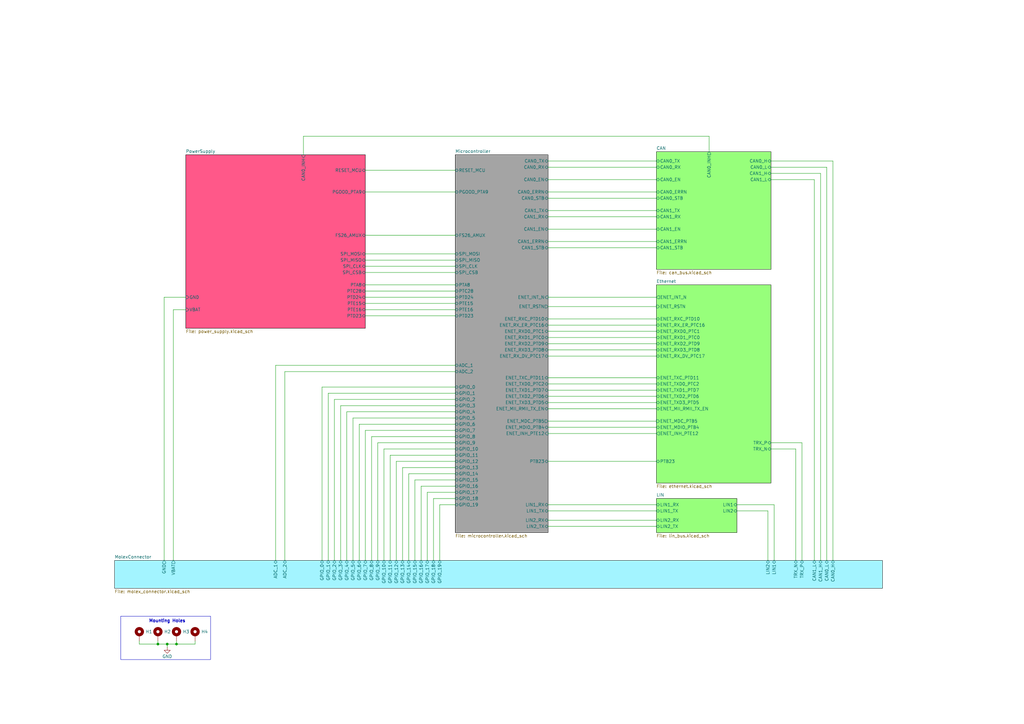
<source format=kicad_sch>
(kicad_sch
	(version 20231120)
	(generator "eeschema")
	(generator_version "8.0")
	(uuid "c4007341-6965-4b82-8a61-dcf3e7e3034b")
	(paper "A3")
	(title_block
		(title "Overall Concept")
		(date "2024-10-29")
	)
	(lib_symbols
		(symbol "Mechanical:MountingHole_Pad"
			(pin_numbers hide)
			(pin_names
				(offset 1.016) hide)
			(exclude_from_sim yes)
			(in_bom no)
			(on_board yes)
			(property "Reference" "H"
				(at 0 6.35 0)
				(effects
					(font
						(size 1.27 1.27)
					)
				)
			)
			(property "Value" "MountingHole_Pad"
				(at 0 4.445 0)
				(effects
					(font
						(size 1.27 1.27)
					)
				)
			)
			(property "Footprint" ""
				(at 0 0 0)
				(effects
					(font
						(size 1.27 1.27)
					)
					(hide yes)
				)
			)
			(property "Datasheet" "~"
				(at 0 0 0)
				(effects
					(font
						(size 1.27 1.27)
					)
					(hide yes)
				)
			)
			(property "Description" "Mounting Hole with connection"
				(at 0 0 0)
				(effects
					(font
						(size 1.27 1.27)
					)
					(hide yes)
				)
			)
			(property "ki_keywords" "mounting hole"
				(at 0 0 0)
				(effects
					(font
						(size 1.27 1.27)
					)
					(hide yes)
				)
			)
			(property "ki_fp_filters" "MountingHole*Pad*"
				(at 0 0 0)
				(effects
					(font
						(size 1.27 1.27)
					)
					(hide yes)
				)
			)
			(symbol "MountingHole_Pad_0_1"
				(circle
					(center 0 1.27)
					(radius 1.27)
					(stroke
						(width 1.27)
						(type default)
					)
					(fill
						(type none)
					)
				)
			)
			(symbol "MountingHole_Pad_1_1"
				(pin input line
					(at 0 -2.54 90)
					(length 2.54)
					(name "1"
						(effects
							(font
								(size 1.27 1.27)
							)
						)
					)
					(number "1"
						(effects
							(font
								(size 1.27 1.27)
							)
						)
					)
				)
			)
		)
		(symbol "power:GND"
			(power)
			(pin_numbers hide)
			(pin_names
				(offset 0) hide)
			(exclude_from_sim no)
			(in_bom yes)
			(on_board yes)
			(property "Reference" "#PWR"
				(at 0 -6.35 0)
				(effects
					(font
						(size 1.27 1.27)
					)
					(hide yes)
				)
			)
			(property "Value" "GND"
				(at 0 -3.81 0)
				(effects
					(font
						(size 1.27 1.27)
					)
				)
			)
			(property "Footprint" ""
				(at 0 0 0)
				(effects
					(font
						(size 1.27 1.27)
					)
					(hide yes)
				)
			)
			(property "Datasheet" ""
				(at 0 0 0)
				(effects
					(font
						(size 1.27 1.27)
					)
					(hide yes)
				)
			)
			(property "Description" "Power symbol creates a global label with name \"GND\" , ground"
				(at 0 0 0)
				(effects
					(font
						(size 1.27 1.27)
					)
					(hide yes)
				)
			)
			(property "ki_keywords" "global power"
				(at 0 0 0)
				(effects
					(font
						(size 1.27 1.27)
					)
					(hide yes)
				)
			)
			(symbol "GND_0_1"
				(polyline
					(pts
						(xy 0 0) (xy 0 -1.27) (xy 1.27 -1.27) (xy 0 -2.54) (xy -1.27 -1.27) (xy 0 -1.27)
					)
					(stroke
						(width 0)
						(type default)
					)
					(fill
						(type none)
					)
				)
			)
			(symbol "GND_1_1"
				(pin power_in line
					(at 0 0 270)
					(length 0)
					(name "~"
						(effects
							(font
								(size 1.27 1.27)
							)
						)
					)
					(number "1"
						(effects
							(font
								(size 1.27 1.27)
							)
						)
					)
				)
			)
		)
	)
	(junction
		(at 64.77 264.16)
		(diameter 0)
		(color 0 0 0 0)
		(uuid "50d61644-0b19-48e7-859b-4fb77ad9a442")
	)
	(junction
		(at 72.39 264.16)
		(diameter 0)
		(color 0 0 0 0)
		(uuid "bfeea918-53d7-473f-8ef1-d62ca1b71f3f")
	)
	(junction
		(at 68.58 264.16)
		(diameter 0)
		(color 0 0 0 0)
		(uuid "f2ce2c1b-0906-49a1-bf05-76b5be78d105")
	)
	(wire
		(pts
			(xy 224.79 101.6) (xy 269.24 101.6)
		)
		(stroke
			(width 0)
			(type default)
		)
		(uuid "004408c9-dbf5-4d98-9623-efb0abb116f5")
	)
	(wire
		(pts
			(xy 224.79 130.81) (xy 269.24 130.81)
		)
		(stroke
			(width 0)
			(type default)
		)
		(uuid "03cd9f7b-f437-4a02-b4fb-ff244c44063d")
	)
	(wire
		(pts
			(xy 186.69 179.07) (xy 152.4 179.07)
		)
		(stroke
			(width 0)
			(type default)
		)
		(uuid "08152d7c-d692-4c58-97c5-ab81cfc98dac")
	)
	(wire
		(pts
			(xy 186.69 166.37) (xy 139.7 166.37)
		)
		(stroke
			(width 0)
			(type default)
		)
		(uuid "0a55c1d5-f02b-44d4-9654-9fe871d13bb3")
	)
	(wire
		(pts
			(xy 224.79 160.02) (xy 269.24 160.02)
		)
		(stroke
			(width 0)
			(type default)
		)
		(uuid "0aa719af-142b-41ca-bafc-a297d500420d")
	)
	(wire
		(pts
			(xy 170.18 196.85) (xy 170.18 229.87)
		)
		(stroke
			(width 0)
			(type default)
		)
		(uuid "0f46ea3f-b247-4470-832e-cbb45838171e")
	)
	(wire
		(pts
			(xy 152.4 179.07) (xy 152.4 229.87)
		)
		(stroke
			(width 0)
			(type default)
		)
		(uuid "0f9b88ec-5a8b-4682-bfc0-9650a6fa6d96")
	)
	(wire
		(pts
			(xy 124.46 63.5) (xy 124.46 55.88)
		)
		(stroke
			(width 0)
			(type default)
		)
		(uuid "131de74e-da32-4d84-9436-ad5792730d06")
	)
	(wire
		(pts
			(xy 224.79 162.56) (xy 269.24 162.56)
		)
		(stroke
			(width 0)
			(type default)
		)
		(uuid "15409f36-fc2c-4b5f-8caa-7cb3e4b82599")
	)
	(wire
		(pts
			(xy 142.24 168.91) (xy 142.24 229.87)
		)
		(stroke
			(width 0)
			(type default)
		)
		(uuid "1711f8b8-fd88-4659-917e-eeeaf0ed98fd")
	)
	(wire
		(pts
			(xy 132.08 158.75) (xy 132.08 229.87)
		)
		(stroke
			(width 0)
			(type default)
		)
		(uuid "1837f214-6b73-46b4-a977-3de2b43a9588")
	)
	(wire
		(pts
			(xy 186.69 191.77) (xy 165.1 191.77)
		)
		(stroke
			(width 0)
			(type default)
		)
		(uuid "1a5f187e-e51f-4712-8782-204dc7fe7749")
	)
	(wire
		(pts
			(xy 124.46 55.88) (xy 290.83 55.88)
		)
		(stroke
			(width 0)
			(type default)
		)
		(uuid "1b8b3977-c6e1-45b4-9f03-04cf864bd007")
	)
	(wire
		(pts
			(xy 162.56 189.23) (xy 162.56 229.87)
		)
		(stroke
			(width 0)
			(type default)
		)
		(uuid "1bf300fa-d507-41a2-b0c4-0ca92f764483")
	)
	(wire
		(pts
			(xy 71.12 127) (xy 76.2 127)
		)
		(stroke
			(width 0)
			(type default)
		)
		(uuid "1c7c83fb-8a3c-4fd2-9c19-e2701ba46e1e")
	)
	(wire
		(pts
			(xy 186.69 194.31) (xy 167.64 194.31)
		)
		(stroke
			(width 0)
			(type default)
		)
		(uuid "1fc39865-c3c8-4178-96e8-1d1c2fa1e93c")
	)
	(wire
		(pts
			(xy 186.69 207.01) (xy 180.34 207.01)
		)
		(stroke
			(width 0)
			(type default)
		)
		(uuid "20dad45f-bb72-48f6-85b1-cf373c403c4a")
	)
	(wire
		(pts
			(xy 154.94 181.61) (xy 154.94 229.87)
		)
		(stroke
			(width 0)
			(type default)
		)
		(uuid "22ea10f4-142d-4913-97c9-37b2bacbbba1")
	)
	(wire
		(pts
			(xy 149.86 111.76) (xy 186.69 111.76)
		)
		(stroke
			(width 0)
			(type default)
		)
		(uuid "23245f24-2e50-449f-a252-a50647339323")
	)
	(wire
		(pts
			(xy 336.55 229.87) (xy 336.55 71.12)
		)
		(stroke
			(width 0)
			(type default)
		)
		(uuid "257236b1-ca07-434a-b9b8-27e08a11df88")
	)
	(wire
		(pts
			(xy 326.39 184.15) (xy 326.39 229.87)
		)
		(stroke
			(width 0)
			(type default)
		)
		(uuid "2673bbbb-4efe-4324-95f5-ffeaa1dd050b")
	)
	(wire
		(pts
			(xy 186.69 201.93) (xy 175.26 201.93)
		)
		(stroke
			(width 0)
			(type default)
		)
		(uuid "26d9e1dd-ec31-4b46-b943-615cd8712965")
	)
	(wire
		(pts
			(xy 149.86 69.85) (xy 186.69 69.85)
		)
		(stroke
			(width 0)
			(type default)
		)
		(uuid "28770d23-9e16-4998-b303-b295e274141a")
	)
	(wire
		(pts
			(xy 186.69 186.69) (xy 160.02 186.69)
		)
		(stroke
			(width 0)
			(type default)
		)
		(uuid "2a6bdbba-4c83-4e92-9dd2-26b4ee187b38")
	)
	(wire
		(pts
			(xy 334.01 73.66) (xy 334.01 229.87)
		)
		(stroke
			(width 0)
			(type default)
		)
		(uuid "2d1b4432-1d58-479b-887d-10347f145210")
	)
	(wire
		(pts
			(xy 314.96 209.55) (xy 314.96 229.87)
		)
		(stroke
			(width 0)
			(type default)
		)
		(uuid "34319c31-d2c0-498e-af88-18fe7897b3ab")
	)
	(wire
		(pts
			(xy 326.39 184.15) (xy 316.23 184.15)
		)
		(stroke
			(width 0)
			(type default)
		)
		(uuid "3537dcfe-47f8-4818-bf21-2cafbf97f540")
	)
	(wire
		(pts
			(xy 72.39 264.16) (xy 80.01 264.16)
		)
		(stroke
			(width 0)
			(type default)
		)
		(uuid "3c0bdff8-943b-42a1-9c03-e85bc17ac947")
	)
	(wire
		(pts
			(xy 186.69 161.29) (xy 134.62 161.29)
		)
		(stroke
			(width 0)
			(type default)
		)
		(uuid "3c23d9c0-73d1-4bed-86e8-9ff1450c1325")
	)
	(wire
		(pts
			(xy 160.02 186.69) (xy 160.02 229.87)
		)
		(stroke
			(width 0)
			(type default)
		)
		(uuid "4120eab5-21bf-40de-9c30-144f5c3c3252")
	)
	(wire
		(pts
			(xy 224.79 172.72) (xy 269.24 172.72)
		)
		(stroke
			(width 0)
			(type default)
		)
		(uuid "41d35e44-a5ac-46ea-9461-3195a8e1e1a2")
	)
	(wire
		(pts
			(xy 316.23 66.04) (xy 341.63 66.04)
		)
		(stroke
			(width 0)
			(type default)
		)
		(uuid "4e69643c-41dd-4c85-b49a-f5c64c7c2bd8")
	)
	(wire
		(pts
			(xy 341.63 229.87) (xy 341.63 66.04)
		)
		(stroke
			(width 0)
			(type default)
		)
		(uuid "51275efa-db55-47c9-8439-93b28702f43f")
	)
	(wire
		(pts
			(xy 186.69 181.61) (xy 154.94 181.61)
		)
		(stroke
			(width 0)
			(type default)
		)
		(uuid "5167a884-3790-4b02-8595-f420ac10810e")
	)
	(wire
		(pts
			(xy 57.15 264.16) (xy 64.77 264.16)
		)
		(stroke
			(width 0)
			(type default)
		)
		(uuid "5337a63f-78c3-443e-8df4-9953b3bfcae6")
	)
	(wire
		(pts
			(xy 116.84 152.4) (xy 116.84 229.87)
		)
		(stroke
			(width 0)
			(type default)
		)
		(uuid "590282ca-9539-4188-9d93-2cb7178b5c75")
	)
	(wire
		(pts
			(xy 224.79 209.55) (xy 269.24 209.55)
		)
		(stroke
			(width 0)
			(type default)
		)
		(uuid "59b95022-ea39-4bc3-af1f-56296a43418a")
	)
	(wire
		(pts
			(xy 224.79 81.28) (xy 269.24 81.28)
		)
		(stroke
			(width 0)
			(type default)
		)
		(uuid "5dd094e7-9cc0-477c-94db-bad1f949cc50")
	)
	(wire
		(pts
			(xy 186.69 204.47) (xy 177.8 204.47)
		)
		(stroke
			(width 0)
			(type default)
		)
		(uuid "5eb86eff-d49e-405c-a867-86cb5203e872")
	)
	(wire
		(pts
			(xy 328.93 181.61) (xy 316.23 181.61)
		)
		(stroke
			(width 0)
			(type default)
		)
		(uuid "5fd75254-f13d-4277-858b-c8341fdab609")
	)
	(wire
		(pts
			(xy 302.26 209.55) (xy 314.96 209.55)
		)
		(stroke
			(width 0)
			(type default)
		)
		(uuid "5fdb09ec-00bf-4606-8486-5a325f62099e")
	)
	(wire
		(pts
			(xy 186.69 163.83) (xy 137.16 163.83)
		)
		(stroke
			(width 0)
			(type default)
		)
		(uuid "60a39556-6678-40ee-982d-b05f94fb42f1")
	)
	(wire
		(pts
			(xy 172.72 199.39) (xy 172.72 229.87)
		)
		(stroke
			(width 0)
			(type default)
		)
		(uuid "622a4c88-2667-4775-a49e-3a137b66a82d")
	)
	(wire
		(pts
			(xy 317.5 207.01) (xy 317.5 229.87)
		)
		(stroke
			(width 0)
			(type default)
		)
		(uuid "6243c5af-a8c2-481e-9b53-b9aed164e241")
	)
	(wire
		(pts
			(xy 224.79 177.8) (xy 269.24 177.8)
		)
		(stroke
			(width 0)
			(type default)
		)
		(uuid "6373396e-4d5c-4d75-b995-40c554496923")
	)
	(wire
		(pts
			(xy 149.86 106.68) (xy 186.69 106.68)
		)
		(stroke
			(width 0)
			(type default)
		)
		(uuid "6678bd34-8d41-430b-af62-9c4751e859fe")
	)
	(wire
		(pts
			(xy 224.79 175.26) (xy 269.24 175.26)
		)
		(stroke
			(width 0)
			(type default)
		)
		(uuid "67cfbbbd-4602-4428-a6dd-e9ae890edb22")
	)
	(wire
		(pts
			(xy 149.86 104.14) (xy 186.69 104.14)
		)
		(stroke
			(width 0)
			(type default)
		)
		(uuid "6d409d0f-ecf3-4c8a-b302-fb1303d494f9")
	)
	(wire
		(pts
			(xy 186.69 158.75) (xy 132.08 158.75)
		)
		(stroke
			(width 0)
			(type default)
		)
		(uuid "6dcecb31-bcbf-48cc-a144-7c2e819eae28")
	)
	(wire
		(pts
			(xy 224.79 73.66) (xy 269.24 73.66)
		)
		(stroke
			(width 0)
			(type default)
		)
		(uuid "6ebfa55e-d451-47fe-bbf3-cceedd37e023")
	)
	(wire
		(pts
			(xy 186.69 168.91) (xy 142.24 168.91)
		)
		(stroke
			(width 0)
			(type default)
		)
		(uuid "70627c3f-25d7-4594-8a5c-b93c0aa5ec4a")
	)
	(wire
		(pts
			(xy 224.79 215.9) (xy 269.24 215.9)
		)
		(stroke
			(width 0)
			(type default)
		)
		(uuid "70dfd65a-6aa2-4818-ad37-9ac91bcf169c")
	)
	(wire
		(pts
			(xy 186.69 189.23) (xy 162.56 189.23)
		)
		(stroke
			(width 0)
			(type default)
		)
		(uuid "72248baa-618c-4418-b90a-8f9dbde4b9f2")
	)
	(wire
		(pts
			(xy 224.79 86.36) (xy 269.24 86.36)
		)
		(stroke
			(width 0)
			(type default)
		)
		(uuid "73dd4bf0-48eb-498e-9da3-4dccd9f870c8")
	)
	(wire
		(pts
			(xy 149.86 78.74) (xy 186.69 78.74)
		)
		(stroke
			(width 0)
			(type default)
		)
		(uuid "75681041-5831-4a8c-ab81-a038dc94db33")
	)
	(wire
		(pts
			(xy 149.86 127) (xy 186.69 127)
		)
		(stroke
			(width 0)
			(type default)
		)
		(uuid "76135d14-ca7b-4098-820a-b16a8ac90b4a")
	)
	(wire
		(pts
			(xy 186.69 184.15) (xy 157.48 184.15)
		)
		(stroke
			(width 0)
			(type default)
		)
		(uuid "76a28d7d-0a83-46e7-9b8f-745cda9bb7b9")
	)
	(wire
		(pts
			(xy 71.12 127) (xy 71.12 229.87)
		)
		(stroke
			(width 0)
			(type default)
		)
		(uuid "7a747a28-b847-4b06-a75a-545de7185052")
	)
	(wire
		(pts
			(xy 80.01 262.89) (xy 80.01 264.16)
		)
		(stroke
			(width 0)
			(type default)
		)
		(uuid "800284e9-19f4-4363-9ba4-b0e11557a962")
	)
	(wire
		(pts
			(xy 224.79 167.64) (xy 269.24 167.64)
		)
		(stroke
			(width 0)
			(type default)
		)
		(uuid "83463ff4-820e-40c0-aab7-df8e1bf841bc")
	)
	(wire
		(pts
			(xy 149.86 116.84) (xy 186.69 116.84)
		)
		(stroke
			(width 0)
			(type default)
		)
		(uuid "84b76aeb-c2ad-45cc-962f-d7548956f967")
	)
	(wire
		(pts
			(xy 177.8 204.47) (xy 177.8 229.87)
		)
		(stroke
			(width 0)
			(type default)
		)
		(uuid "8ca50b61-dc95-4b68-8399-06cae9c70f8b")
	)
	(wire
		(pts
			(xy 165.1 191.77) (xy 165.1 229.87)
		)
		(stroke
			(width 0)
			(type default)
		)
		(uuid "8d8a65fe-1704-4c46-9a0a-a345540f858b")
	)
	(wire
		(pts
			(xy 224.79 140.97) (xy 269.24 140.97)
		)
		(stroke
			(width 0)
			(type default)
		)
		(uuid "8eac83dc-8a5e-447d-b11a-8ac8ba54cc12")
	)
	(wire
		(pts
			(xy 175.26 201.93) (xy 175.26 229.87)
		)
		(stroke
			(width 0)
			(type default)
		)
		(uuid "8f697f70-720c-4aad-8bf4-cea87b081f86")
	)
	(wire
		(pts
			(xy 186.69 199.39) (xy 172.72 199.39)
		)
		(stroke
			(width 0)
			(type default)
		)
		(uuid "8f794934-a753-4b60-823b-21bca047c491")
	)
	(wire
		(pts
			(xy 224.79 99.06) (xy 269.24 99.06)
		)
		(stroke
			(width 0)
			(type default)
		)
		(uuid "92043df6-db21-4596-a930-655efefaf001")
	)
	(wire
		(pts
			(xy 157.48 184.15) (xy 157.48 229.87)
		)
		(stroke
			(width 0)
			(type default)
		)
		(uuid "92f01b5c-e75a-45c2-9919-ab5becfd81c3")
	)
	(wire
		(pts
			(xy 149.86 121.92) (xy 186.69 121.92)
		)
		(stroke
			(width 0)
			(type default)
		)
		(uuid "95373c76-e114-42a4-aa5a-75f7d0c58c80")
	)
	(wire
		(pts
			(xy 316.23 73.66) (xy 334.01 73.66)
		)
		(stroke
			(width 0)
			(type default)
		)
		(uuid "953ea559-1bd4-42fd-8996-4b097606ac8e")
	)
	(wire
		(pts
			(xy 167.64 194.31) (xy 167.64 229.87)
		)
		(stroke
			(width 0)
			(type default)
		)
		(uuid "97bdb9d9-9c97-4f7a-9c61-cecab58eca2c")
	)
	(wire
		(pts
			(xy 64.77 262.89) (xy 64.77 264.16)
		)
		(stroke
			(width 0)
			(type default)
		)
		(uuid "981b0417-82a4-4b11-af5a-291a8dde8d57")
	)
	(wire
		(pts
			(xy 224.79 165.1) (xy 269.24 165.1)
		)
		(stroke
			(width 0)
			(type default)
		)
		(uuid "98c8290e-9453-4c25-8fe1-74b1b1885ecc")
	)
	(wire
		(pts
			(xy 316.23 71.12) (xy 336.55 71.12)
		)
		(stroke
			(width 0)
			(type default)
		)
		(uuid "99f71d2f-bccd-4453-88fd-0e46238f8983")
	)
	(wire
		(pts
			(xy 134.62 161.29) (xy 134.62 229.87)
		)
		(stroke
			(width 0)
			(type default)
		)
		(uuid "9a95d7f1-f1a1-49e3-a295-21067f81ae13")
	)
	(wire
		(pts
			(xy 147.32 173.99) (xy 147.32 229.87)
		)
		(stroke
			(width 0)
			(type default)
		)
		(uuid "9be735ad-a0ea-4030-8d3b-119a86e7a882")
	)
	(wire
		(pts
			(xy 224.79 133.35) (xy 269.24 133.35)
		)
		(stroke
			(width 0)
			(type default)
		)
		(uuid "9e35738e-12d6-4a78-a319-268bdb96d5f7")
	)
	(wire
		(pts
			(xy 139.7 166.37) (xy 139.7 229.87)
		)
		(stroke
			(width 0)
			(type default)
		)
		(uuid "a28edd78-e07a-43f0-9748-6d65d3690746")
	)
	(wire
		(pts
			(xy 290.83 55.88) (xy 290.83 62.23)
		)
		(stroke
			(width 0)
			(type default)
		)
		(uuid "a547a3cf-a096-4059-9544-4319f1fd125f")
	)
	(wire
		(pts
			(xy 224.79 66.04) (xy 269.24 66.04)
		)
		(stroke
			(width 0)
			(type default)
		)
		(uuid "ac065bbd-0b7f-49fb-bb2f-29a8166dd076")
	)
	(wire
		(pts
			(xy 68.58 264.16) (xy 68.58 265.43)
		)
		(stroke
			(width 0)
			(type default)
		)
		(uuid "ac84abbe-9919-4293-b5b7-8a5b6f46524e")
	)
	(wire
		(pts
			(xy 186.69 176.53) (xy 149.86 176.53)
		)
		(stroke
			(width 0)
			(type default)
		)
		(uuid "ac9df756-b21d-45b9-99e4-f9f115c39e57")
	)
	(wire
		(pts
			(xy 224.79 143.51) (xy 269.24 143.51)
		)
		(stroke
			(width 0)
			(type default)
		)
		(uuid "acf13f64-be7c-42c9-9a75-94b259c07a1c")
	)
	(wire
		(pts
			(xy 72.39 262.89) (xy 72.39 264.16)
		)
		(stroke
			(width 0)
			(type default)
		)
		(uuid "b0e64f09-2e8c-490c-9751-497ced32e653")
	)
	(wire
		(pts
			(xy 224.79 135.89) (xy 269.24 135.89)
		)
		(stroke
			(width 0)
			(type default)
		)
		(uuid "b103385c-d819-4c9e-a040-e6198119ebc8")
	)
	(wire
		(pts
			(xy 67.31 121.92) (xy 76.2 121.92)
		)
		(stroke
			(width 0)
			(type default)
		)
		(uuid "b1f0c4c8-e508-4b07-86ab-ccf11ff354c6")
	)
	(wire
		(pts
			(xy 149.86 109.22) (xy 186.69 109.22)
		)
		(stroke
			(width 0)
			(type default)
		)
		(uuid "b349e95d-616e-4ad2-9c10-65859cdef482")
	)
	(wire
		(pts
			(xy 64.77 264.16) (xy 68.58 264.16)
		)
		(stroke
			(width 0)
			(type default)
		)
		(uuid "b55c2219-1dc1-4502-84a2-185b62a68933")
	)
	(wire
		(pts
			(xy 339.09 68.58) (xy 339.09 229.87)
		)
		(stroke
			(width 0)
			(type default)
		)
		(uuid "b78b9f17-82ad-490a-8b65-cbd482818e60")
	)
	(wire
		(pts
			(xy 186.69 196.85) (xy 170.18 196.85)
		)
		(stroke
			(width 0)
			(type default)
		)
		(uuid "b7f31c9a-fd8d-48e5-8987-e879c3202087")
	)
	(wire
		(pts
			(xy 302.26 207.01) (xy 317.5 207.01)
		)
		(stroke
			(width 0)
			(type default)
		)
		(uuid "b94d5553-6e3b-4e94-9b9e-d53feda349a3")
	)
	(wire
		(pts
			(xy 224.79 68.58) (xy 269.24 68.58)
		)
		(stroke
			(width 0)
			(type default)
		)
		(uuid "c2025c26-f52d-4719-a0be-908e3892ac99")
	)
	(wire
		(pts
			(xy 224.79 146.05) (xy 269.24 146.05)
		)
		(stroke
			(width 0)
			(type default)
		)
		(uuid "c34c4f05-fe5d-43e5-8f1a-292c76c25625")
	)
	(wire
		(pts
			(xy 328.93 181.61) (xy 328.93 229.87)
		)
		(stroke
			(width 0)
			(type default)
		)
		(uuid "c3b17330-6e52-48b2-9cd8-8ce6ac27ee9c")
	)
	(wire
		(pts
			(xy 224.79 78.74) (xy 269.24 78.74)
		)
		(stroke
			(width 0)
			(type default)
		)
		(uuid "c605c660-6691-404a-b97e-fb80e6f2a31f")
	)
	(wire
		(pts
			(xy 186.69 171.45) (xy 144.78 171.45)
		)
		(stroke
			(width 0)
			(type default)
		)
		(uuid "c61b2c7f-7c86-464a-bfeb-e8b66be6db5b")
	)
	(wire
		(pts
			(xy 149.86 129.54) (xy 186.69 129.54)
		)
		(stroke
			(width 0)
			(type default)
		)
		(uuid "c972f5b8-3773-4f7d-add8-139bc044386e")
	)
	(wire
		(pts
			(xy 149.86 119.38) (xy 186.69 119.38)
		)
		(stroke
			(width 0)
			(type default)
		)
		(uuid "cce78df5-6412-4e58-83ec-6adfd658bc88")
	)
	(wire
		(pts
			(xy 224.79 157.48) (xy 269.24 157.48)
		)
		(stroke
			(width 0)
			(type default)
		)
		(uuid "ce473397-5bdf-4e74-9fd0-31ee596300ba")
	)
	(wire
		(pts
			(xy 67.31 121.92) (xy 67.31 229.87)
		)
		(stroke
			(width 0)
			(type default)
		)
		(uuid "ceb88cbd-dcc9-4f09-a4e9-171f82666e61")
	)
	(wire
		(pts
			(xy 149.86 96.52) (xy 186.69 96.52)
		)
		(stroke
			(width 0)
			(type default)
		)
		(uuid "d21eb470-47a7-4566-974c-c6f4ee2c7827")
	)
	(wire
		(pts
			(xy 144.78 171.45) (xy 144.78 229.87)
		)
		(stroke
			(width 0)
			(type default)
		)
		(uuid "d4e3430c-e9f6-4a83-a5a9-b5e84ffbb348")
	)
	(wire
		(pts
			(xy 113.03 149.86) (xy 113.03 229.87)
		)
		(stroke
			(width 0)
			(type default)
		)
		(uuid "d62d9d8d-c48c-4791-a21d-85732bc28b7e")
	)
	(wire
		(pts
			(xy 57.15 262.89) (xy 57.15 264.16)
		)
		(stroke
			(width 0)
			(type default)
		)
		(uuid "d6790d7f-f279-477f-a2e0-64b5d232a677")
	)
	(wire
		(pts
			(xy 186.69 173.99) (xy 147.32 173.99)
		)
		(stroke
			(width 0)
			(type default)
		)
		(uuid "d6e5b573-c7c1-42cd-8937-0ef0597e119b")
	)
	(wire
		(pts
			(xy 68.58 264.16) (xy 72.39 264.16)
		)
		(stroke
			(width 0)
			(type default)
		)
		(uuid "d72f9c13-7e32-4422-b29d-2d2e79b360a4")
	)
	(wire
		(pts
			(xy 186.69 152.4) (xy 116.84 152.4)
		)
		(stroke
			(width 0)
			(type default)
		)
		(uuid "d9fda058-6ab0-464d-8832-333e8359550a")
	)
	(wire
		(pts
			(xy 224.79 213.36) (xy 269.24 213.36)
		)
		(stroke
			(width 0)
			(type default)
		)
		(uuid "da1acedc-cb77-4e67-9897-067a6f2474d1")
	)
	(wire
		(pts
			(xy 180.34 207.01) (xy 180.34 229.87)
		)
		(stroke
			(width 0)
			(type default)
		)
		(uuid "da6370fe-8164-491a-baa7-71059ac46a47")
	)
	(wire
		(pts
			(xy 224.79 93.98) (xy 269.24 93.98)
		)
		(stroke
			(width 0)
			(type default)
		)
		(uuid "df146f4e-580e-43d2-8a74-36e04e863577")
	)
	(wire
		(pts
			(xy 224.79 189.23) (xy 269.24 189.23)
		)
		(stroke
			(width 0)
			(type default)
		)
		(uuid "dfc256a3-2289-42e9-b783-b13241a33ad1")
	)
	(wire
		(pts
			(xy 149.86 124.46) (xy 186.69 124.46)
		)
		(stroke
			(width 0)
			(type default)
		)
		(uuid "e080fc93-3f03-4ac4-a038-11e902ed6373")
	)
	(wire
		(pts
			(xy 224.79 154.94) (xy 269.24 154.94)
		)
		(stroke
			(width 0)
			(type default)
		)
		(uuid "e850db6f-f251-42b8-8d5a-ffbfddebf419")
	)
	(wire
		(pts
			(xy 224.79 207.01) (xy 269.24 207.01)
		)
		(stroke
			(width 0)
			(type default)
		)
		(uuid "ed987f5f-720d-4ee3-8a6b-cedbadcb90e6")
	)
	(wire
		(pts
			(xy 149.86 176.53) (xy 149.86 229.87)
		)
		(stroke
			(width 0)
			(type default)
		)
		(uuid "edd490c4-07d9-471e-9a84-1151e326eddd")
	)
	(wire
		(pts
			(xy 224.79 125.73) (xy 269.24 125.73)
		)
		(stroke
			(width 0)
			(type default)
		)
		(uuid "ee6cfb85-986a-427f-8d3c-c25bad50b1a7")
	)
	(wire
		(pts
			(xy 224.79 121.92) (xy 269.24 121.92)
		)
		(stroke
			(width 0)
			(type default)
		)
		(uuid "f2adff2b-df5f-4dc8-81ad-898d7eab8983")
	)
	(wire
		(pts
			(xy 186.69 149.86) (xy 113.03 149.86)
		)
		(stroke
			(width 0)
			(type default)
		)
		(uuid "f44c2a66-5631-4978-94e8-3f5ed38330a7")
	)
	(wire
		(pts
			(xy 137.16 163.83) (xy 137.16 229.87)
		)
		(stroke
			(width 0)
			(type default)
		)
		(uuid "f599856e-beed-47a5-8801-21714e752209")
	)
	(wire
		(pts
			(xy 224.79 138.43) (xy 269.24 138.43)
		)
		(stroke
			(width 0)
			(type default)
		)
		(uuid "f7e996df-70e8-4591-98ee-1fc405846486")
	)
	(wire
		(pts
			(xy 316.23 68.58) (xy 339.09 68.58)
		)
		(stroke
			(width 0)
			(type default)
		)
		(uuid "fbc81692-7e64-48a0-a5fd-6e1286805f75")
	)
	(wire
		(pts
			(xy 224.79 88.9) (xy 269.24 88.9)
		)
		(stroke
			(width 0)
			(type default)
		)
		(uuid "fe985b0b-07a6-40dd-87b7-dfc4ee043dcb")
	)
	(rectangle
		(start 49.53 252.73)
		(end 86.36 270.51)
		(stroke
			(width 0)
			(type default)
		)
		(fill
			(type none)
		)
		(uuid ec0a6ceb-eddf-4f57-bce4-07ddb8fdf8b9)
	)
	(text "Mounting Holes"
		(exclude_from_sim no)
		(at 68.58 254.762 0)
		(effects
			(font
				(size 1.27 1.27)
				(thickness 0.254)
				(bold yes)
			)
		)
		(uuid "3721cf5c-f872-457a-bee4-04d626419384")
	)
	(symbol
		(lib_id "Mechanical:MountingHole_Pad")
		(at 80.01 260.35 0)
		(unit 1)
		(exclude_from_sim yes)
		(in_bom no)
		(on_board yes)
		(dnp no)
		(fields_autoplaced yes)
		(uuid "43fded78-c86c-4289-b8cb-4457f02791b2")
		(property "Reference" "H4"
			(at 82.55 259.0799 0)
			(effects
				(font
					(size 1.27 1.27)
				)
				(justify left)
			)
		)
		(property "Value" "MountingHole_Pad"
			(at 82.55 260.3499 0)
			(effects
				(font
					(size 1.27 1.27)
				)
				(justify left)
				(hide yes)
			)
		)
		(property "Footprint" "MountingHole:MountingHole_4.3mm_M4_DIN965_Pad_TopBottom"
			(at 80.01 260.35 0)
			(effects
				(font
					(size 1.27 1.27)
				)
				(hide yes)
			)
		)
		(property "Datasheet" "~"
			(at 80.01 260.35 0)
			(effects
				(font
					(size 1.27 1.27)
				)
				(hide yes)
			)
		)
		(property "Description" "Mounting Hole with connection"
			(at 80.01 260.35 0)
			(effects
				(font
					(size 1.27 1.27)
				)
				(hide yes)
			)
		)
		(pin "1"
			(uuid "b5864f7b-1bb2-4040-ade1-30e86c963493")
		)
		(instances
			(project "Zonencontroller"
				(path "/c4007341-6965-4b82-8a61-dcf3e7e3034b"
					(reference "H4")
					(unit 1)
				)
			)
		)
	)
	(symbol
		(lib_id "Mechanical:MountingHole_Pad")
		(at 72.39 260.35 0)
		(unit 1)
		(exclude_from_sim yes)
		(in_bom no)
		(on_board yes)
		(dnp no)
		(fields_autoplaced yes)
		(uuid "863a5191-c782-441c-9699-f3f2a2059253")
		(property "Reference" "H3"
			(at 74.93 259.0799 0)
			(effects
				(font
					(size 1.27 1.27)
				)
				(justify left)
			)
		)
		(property "Value" "MountingHole_Pad"
			(at 74.93 260.3499 0)
			(effects
				(font
					(size 1.27 1.27)
				)
				(justify left)
				(hide yes)
			)
		)
		(property "Footprint" "MountingHole:MountingHole_4.3mm_M4_DIN965_Pad_TopBottom"
			(at 72.39 260.35 0)
			(effects
				(font
					(size 1.27 1.27)
				)
				(hide yes)
			)
		)
		(property "Datasheet" "~"
			(at 72.39 260.35 0)
			(effects
				(font
					(size 1.27 1.27)
				)
				(hide yes)
			)
		)
		(property "Description" "Mounting Hole with connection"
			(at 72.39 260.35 0)
			(effects
				(font
					(size 1.27 1.27)
				)
				(hide yes)
			)
		)
		(pin "1"
			(uuid "bbde26b2-1206-41cb-8fb0-4ca458fc014a")
		)
		(instances
			(project "Zonencontroller"
				(path "/c4007341-6965-4b82-8a61-dcf3e7e3034b"
					(reference "H3")
					(unit 1)
				)
			)
		)
	)
	(symbol
		(lib_id "power:GND")
		(at 68.58 265.43 0)
		(unit 1)
		(exclude_from_sim no)
		(in_bom yes)
		(on_board yes)
		(dnp no)
		(uuid "ac3e619c-dd86-427f-b101-a1eb831d9edf")
		(property "Reference" "#PWR0139"
			(at 68.58 271.78 0)
			(effects
				(font
					(size 1.27 1.27)
				)
				(hide yes)
			)
		)
		(property "Value" "GND"
			(at 68.58 269.24 0)
			(effects
				(font
					(size 1.27 1.27)
				)
			)
		)
		(property "Footprint" ""
			(at 68.58 265.43 0)
			(effects
				(font
					(size 1.27 1.27)
				)
				(hide yes)
			)
		)
		(property "Datasheet" ""
			(at 68.58 265.43 0)
			(effects
				(font
					(size 1.27 1.27)
				)
				(hide yes)
			)
		)
		(property "Description" "Power symbol creates a global label with name \"GND\" , ground"
			(at 68.58 265.43 0)
			(effects
				(font
					(size 1.27 1.27)
				)
				(hide yes)
			)
		)
		(pin "1"
			(uuid "1d223a22-534a-4737-9132-d5cc9923251a")
		)
		(instances
			(project "Zonencontroller"
				(path "/c4007341-6965-4b82-8a61-dcf3e7e3034b"
					(reference "#PWR0139")
					(unit 1)
				)
			)
		)
	)
	(symbol
		(lib_id "Mechanical:MountingHole_Pad")
		(at 64.77 260.35 0)
		(unit 1)
		(exclude_from_sim yes)
		(in_bom no)
		(on_board yes)
		(dnp no)
		(fields_autoplaced yes)
		(uuid "b047bfbe-5551-4c51-822b-538163b8e785")
		(property "Reference" "H2"
			(at 67.31 259.0799 0)
			(effects
				(font
					(size 1.27 1.27)
				)
				(justify left)
			)
		)
		(property "Value" "MountingHole_Pad"
			(at 67.31 260.3499 0)
			(effects
				(font
					(size 1.27 1.27)
				)
				(justify left)
				(hide yes)
			)
		)
		(property "Footprint" "MountingHole:MountingHole_4.3mm_M4_DIN965_Pad_TopBottom"
			(at 64.77 260.35 0)
			(effects
				(font
					(size 1.27 1.27)
				)
				(hide yes)
			)
		)
		(property "Datasheet" "~"
			(at 64.77 260.35 0)
			(effects
				(font
					(size 1.27 1.27)
				)
				(hide yes)
			)
		)
		(property "Description" "Mounting Hole with connection"
			(at 64.77 260.35 0)
			(effects
				(font
					(size 1.27 1.27)
				)
				(hide yes)
			)
		)
		(pin "1"
			(uuid "80a9ae81-b946-4353-9829-f1e57bc08b90")
		)
		(instances
			(project "Zonencontroller"
				(path "/c4007341-6965-4b82-8a61-dcf3e7e3034b"
					(reference "H2")
					(unit 1)
				)
			)
		)
	)
	(symbol
		(lib_id "Mechanical:MountingHole_Pad")
		(at 57.15 260.35 0)
		(unit 1)
		(exclude_from_sim yes)
		(in_bom no)
		(on_board yes)
		(dnp no)
		(fields_autoplaced yes)
		(uuid "e8c228d6-1f5e-4bdf-95b8-d486c34a0d77")
		(property "Reference" "H1"
			(at 59.69 259.0799 0)
			(effects
				(font
					(size 1.27 1.27)
				)
				(justify left)
			)
		)
		(property "Value" "MountingHole_Pad"
			(at 59.69 260.3499 0)
			(effects
				(font
					(size 1.27 1.27)
				)
				(justify left)
				(hide yes)
			)
		)
		(property "Footprint" "MountingHole:MountingHole_4.3mm_M4_DIN965_Pad_TopBottom"
			(at 57.15 260.35 0)
			(effects
				(font
					(size 1.27 1.27)
				)
				(hide yes)
			)
		)
		(property "Datasheet" "~"
			(at 57.15 260.35 0)
			(effects
				(font
					(size 1.27 1.27)
				)
				(hide yes)
			)
		)
		(property "Description" "Mounting Hole with connection"
			(at 57.15 260.35 0)
			(effects
				(font
					(size 1.27 1.27)
				)
				(hide yes)
			)
		)
		(pin "1"
			(uuid "130bcc59-0feb-475e-9052-f294ceb4a8b3")
		)
		(instances
			(project ""
				(path "/c4007341-6965-4b82-8a61-dcf3e7e3034b"
					(reference "H1")
					(unit 1)
				)
			)
		)
	)
	(sheet
		(at 186.69 63.5)
		(size 38.1 154.94)
		(fields_autoplaced yes)
		(stroke
			(width 0.1524)
			(type solid)
			(color 0 0 0 1)
		)
		(fill
			(color 164 164 164 1.0000)
		)
		(uuid "0e0983ea-11e2-42f6-9afb-27a0b5863ae3")
		(property "Sheetname" "Microcontroller"
			(at 186.69 62.7884 0)
			(effects
				(font
					(size 1.27 1.27)
				)
				(justify left bottom)
			)
		)
		(property "Sheetfile" "microcontroller.kicad_sch"
			(at 186.69 219.0246 0)
			(effects
				(font
					(size 1.27 1.27)
				)
				(justify left top)
			)
		)
		(pin "GPIO_17" bidirectional
			(at 186.69 201.93 180)
			(effects
				(font
					(size 1.27 1.27)
				)
				(justify left)
			)
			(uuid "2101e3d3-140b-49b6-80b5-829a0a87dc9d")
		)
		(pin "GPIO_16" bidirectional
			(at 186.69 199.39 180)
			(effects
				(font
					(size 1.27 1.27)
				)
				(justify left)
			)
			(uuid "560edf94-5b4e-495a-a1c5-ba6713e1a623")
		)
		(pin "GPIO_18" bidirectional
			(at 186.69 204.47 180)
			(effects
				(font
					(size 1.27 1.27)
				)
				(justify left)
			)
			(uuid "6f1f5f8a-faa6-4da9-a60c-2d6da7e0bf51")
		)
		(pin "GPIO_6" bidirectional
			(at 186.69 173.99 180)
			(effects
				(font
					(size 1.27 1.27)
				)
				(justify left)
			)
			(uuid "15b638f5-fa56-4d24-aaad-e000a7952a51")
		)
		(pin "GPIO_7" bidirectional
			(at 186.69 176.53 180)
			(effects
				(font
					(size 1.27 1.27)
				)
				(justify left)
			)
			(uuid "271029e1-fe2c-4881-bfee-dce25c81c75d")
		)
		(pin "GPIO_0" bidirectional
			(at 186.69 158.75 180)
			(effects
				(font
					(size 1.27 1.27)
				)
				(justify left)
			)
			(uuid "12aae1ee-c50f-4c6c-840f-7b300d61f375")
		)
		(pin "GPIO_1" bidirectional
			(at 186.69 161.29 180)
			(effects
				(font
					(size 1.27 1.27)
				)
				(justify left)
			)
			(uuid "88621717-35af-41ec-b4ae-f5f36fe7e495")
		)
		(pin "GPIO_9" bidirectional
			(at 186.69 181.61 180)
			(effects
				(font
					(size 1.27 1.27)
				)
				(justify left)
			)
			(uuid "873d2c6d-9a2d-4de2-8a04-5f881db7e37c")
		)
		(pin "GPIO_8" bidirectional
			(at 186.69 179.07 180)
			(effects
				(font
					(size 1.27 1.27)
				)
				(justify left)
			)
			(uuid "7c352355-ee07-4558-b095-ac30ae8f533b")
		)
		(pin "GPIO_2" bidirectional
			(at 186.69 163.83 180)
			(effects
				(font
					(size 1.27 1.27)
				)
				(justify left)
			)
			(uuid "88543950-14b6-468d-9a31-b15b08e69a47")
		)
		(pin "GPIO_3" bidirectional
			(at 186.69 166.37 180)
			(effects
				(font
					(size 1.27 1.27)
				)
				(justify left)
			)
			(uuid "9faff66b-872f-486c-8ca9-7c1445002795")
		)
		(pin "GPIO_13" bidirectional
			(at 186.69 191.77 180)
			(effects
				(font
					(size 1.27 1.27)
				)
				(justify left)
			)
			(uuid "c91ed4f4-db78-45ad-9516-e13a737f71d2")
		)
		(pin "GPIO_12" bidirectional
			(at 186.69 189.23 180)
			(effects
				(font
					(size 1.27 1.27)
				)
				(justify left)
			)
			(uuid "20dc57e9-5da8-49db-97c1-0be7222750f2")
		)
		(pin "GPIO_14" bidirectional
			(at 186.69 194.31 180)
			(effects
				(font
					(size 1.27 1.27)
				)
				(justify left)
			)
			(uuid "912f756a-c820-46c9-88a2-8e42c4ae81cf")
		)
		(pin "GPIO_15" bidirectional
			(at 186.69 196.85 180)
			(effects
				(font
					(size 1.27 1.27)
				)
				(justify left)
			)
			(uuid "001295e4-a58a-4e9b-b4ab-c79df5662575")
		)
		(pin "GPIO_5" bidirectional
			(at 186.69 171.45 180)
			(effects
				(font
					(size 1.27 1.27)
				)
				(justify left)
			)
			(uuid "3aa94ae0-00dc-41cb-9f1a-cbfbcc586b1d")
		)
		(pin "GPIO_4" bidirectional
			(at 186.69 168.91 180)
			(effects
				(font
					(size 1.27 1.27)
				)
				(justify left)
			)
			(uuid "5af47388-f0aa-457d-a045-4295712acb05")
		)
		(pin "GPIO_11" bidirectional
			(at 186.69 186.69 180)
			(effects
				(font
					(size 1.27 1.27)
				)
				(justify left)
			)
			(uuid "a95a98da-d56d-4542-8da7-eb7adcf9d9e0")
		)
		(pin "GPIO_10" bidirectional
			(at 186.69 184.15 180)
			(effects
				(font
					(size 1.27 1.27)
				)
				(justify left)
			)
			(uuid "924509b5-5166-44f1-b391-4768ebd0151a")
		)
		(pin "SPI_MISO" bidirectional
			(at 186.69 106.68 180)
			(effects
				(font
					(size 1.27 1.27)
				)
				(justify left)
			)
			(uuid "9ae385bd-4a5d-4726-befc-aa3c68ae1f66")
		)
		(pin "SPI_CLK" bidirectional
			(at 186.69 109.22 180)
			(effects
				(font
					(size 1.27 1.27)
				)
				(justify left)
			)
			(uuid "96acba31-7610-45c8-ad6d-4d50624074a9")
		)
		(pin "SPI_MOSI" bidirectional
			(at 186.69 104.14 180)
			(effects
				(font
					(size 1.27 1.27)
				)
				(justify left)
			)
			(uuid "2828a067-29e8-4ae9-8ff8-895d4d45b785")
		)
		(pin "SPI_CSB" bidirectional
			(at 186.69 111.76 180)
			(effects
				(font
					(size 1.27 1.27)
				)
				(justify left)
			)
			(uuid "34f61070-a8fc-4dac-aca0-6f533edcfdb2")
		)
		(pin "RESET_MCU" bidirectional
			(at 186.69 69.85 180)
			(effects
				(font
					(size 1.27 1.27)
				)
				(justify left)
			)
			(uuid "bc498d14-f1cc-429f-a095-99cb061af2c4")
		)
		(pin "PTE15" bidirectional
			(at 186.69 124.46 180)
			(effects
				(font
					(size 1.27 1.27)
				)
				(justify left)
			)
			(uuid "609334c7-9b8f-4456-9f47-c0abadeaf887")
		)
		(pin "PTE16" bidirectional
			(at 186.69 127 180)
			(effects
				(font
					(size 1.27 1.27)
				)
				(justify left)
			)
			(uuid "0492bfbb-d4cf-4815-899d-3feb272f9128")
		)
		(pin "PTA8" bidirectional
			(at 186.69 116.84 180)
			(effects
				(font
					(size 1.27 1.27)
				)
				(justify left)
			)
			(uuid "4d665c90-9654-4845-a26e-7043647d48b0")
		)
		(pin "PTD24" bidirectional
			(at 186.69 121.92 180)
			(effects
				(font
					(size 1.27 1.27)
				)
				(justify left)
			)
			(uuid "f8a002c8-d85e-46f9-8ffe-35dd7e814d93")
		)
		(pin "PTD23" bidirectional
			(at 186.69 129.54 180)
			(effects
				(font
					(size 1.27 1.27)
				)
				(justify left)
			)
			(uuid "42de9869-bc49-4a48-9ac4-ff1862a342b9")
		)
		(pin "PTC28" bidirectional
			(at 186.69 119.38 180)
			(effects
				(font
					(size 1.27 1.27)
				)
				(justify left)
			)
			(uuid "04434e8c-bd2a-49fd-b7c0-73edcb77a4cd")
		)
		(pin "PGOOD_PTA9" bidirectional
			(at 186.69 78.74 180)
			(effects
				(font
					(size 1.27 1.27)
				)
				(justify left)
			)
			(uuid "01c8df40-675c-4660-9de0-e13f3fb152ae")
		)
		(pin "FS26_AMUX" bidirectional
			(at 186.69 96.52 180)
			(effects
				(font
					(size 1.27 1.27)
				)
				(justify left)
			)
			(uuid "1d14abbf-1a29-4668-96e0-dab2a74880d3")
		)
		(pin "ADC_1" bidirectional
			(at 186.69 149.86 180)
			(effects
				(font
					(size 1.27 1.27)
				)
				(justify left)
			)
			(uuid "6d57069c-6497-4996-b47c-d4c20a51333d")
		)
		(pin "ADC_2" bidirectional
			(at 186.69 152.4 180)
			(effects
				(font
					(size 1.27 1.27)
				)
				(justify left)
			)
			(uuid "e7e52f68-435f-4868-ae42-f865a961df62")
		)
		(pin "CAN0_ERRN" bidirectional
			(at 224.79 78.74 0)
			(effects
				(font
					(size 1.27 1.27)
				)
				(justify right)
			)
			(uuid "15b5ecee-bb30-466b-986d-e4a14ccb1cc0")
		)
		(pin "CAN0_EN" bidirectional
			(at 224.79 73.66 0)
			(effects
				(font
					(size 1.27 1.27)
				)
				(justify right)
			)
			(uuid "8d620d31-8d6a-4755-abf5-8fb6d2f80a54")
		)
		(pin "CAN0_STB" bidirectional
			(at 224.79 81.28 0)
			(effects
				(font
					(size 1.27 1.27)
				)
				(justify right)
			)
			(uuid "62807125-266f-4821-abd4-caca064829c7")
		)
		(pin "CAN0_TX" bidirectional
			(at 224.79 66.04 0)
			(effects
				(font
					(size 1.27 1.27)
				)
				(justify right)
			)
			(uuid "21f3b917-c772-4e91-bc98-7ab2211a2f7e")
		)
		(pin "CAN0_RX" bidirectional
			(at 224.79 68.58 0)
			(effects
				(font
					(size 1.27 1.27)
				)
				(justify right)
			)
			(uuid "3ee7591e-6dcb-4507-85da-2dcdbcc33b41")
		)
		(pin "CAN1_TX" bidirectional
			(at 224.79 86.36 0)
			(effects
				(font
					(size 1.27 1.27)
				)
				(justify right)
			)
			(uuid "5ce46208-6e6f-4fbd-9cc8-76ddc8d50d76")
		)
		(pin "CAN1_RX" bidirectional
			(at 224.79 88.9 0)
			(effects
				(font
					(size 1.27 1.27)
				)
				(justify right)
			)
			(uuid "accdf4d3-a981-480f-85fa-9f00ad8ad599")
		)
		(pin "GPIO_19" bidirectional
			(at 186.69 207.01 180)
			(effects
				(font
					(size 1.27 1.27)
				)
				(justify left)
			)
			(uuid "43b1a21a-eb76-4e35-8c42-97eb624691d2")
		)
		(pin "ENET_TXD0_PTC2" bidirectional
			(at 224.79 157.48 0)
			(effects
				(font
					(size 1.27 1.27)
				)
				(justify right)
			)
			(uuid "6092e572-e71b-4883-a12d-32518d2a4f4c")
		)
		(pin "ENET_MDIO_PTB4" bidirectional
			(at 224.79 175.26 0)
			(effects
				(font
					(size 1.27 1.27)
				)
				(justify right)
			)
			(uuid "445dc243-194e-4386-a65c-a34694356a19")
		)
		(pin "ENET_RXD1_PTC0" bidirectional
			(at 224.79 138.43 0)
			(effects
				(font
					(size 1.27 1.27)
				)
				(justify right)
			)
			(uuid "4cca0821-c38e-422c-a8a6-4d76aae92ea6")
		)
		(pin "ENET_RX_ER_PTC16" bidirectional
			(at 224.79 133.35 0)
			(effects
				(font
					(size 1.27 1.27)
				)
				(justify right)
			)
			(uuid "c4b9b20f-59eb-4627-a0ab-f011611bc468")
		)
		(pin "ENET_RXD0_PTC1" bidirectional
			(at 224.79 135.89 0)
			(effects
				(font
					(size 1.27 1.27)
				)
				(justify right)
			)
			(uuid "c95dc304-3105-4f17-9758-5c70bb7b6a44")
		)
		(pin "ENET_RX_DV_PTC17" bidirectional
			(at 224.79 146.05 0)
			(effects
				(font
					(size 1.27 1.27)
				)
				(justify right)
			)
			(uuid "d41fd816-8e81-4c8b-a920-beca1ac4cf08")
		)
		(pin "ENET_TXD1_PTD7" bidirectional
			(at 224.79 160.02 0)
			(effects
				(font
					(size 1.27 1.27)
				)
				(justify right)
			)
			(uuid "e1e7fde1-9386-4200-9129-bc0f30b9fe9f")
		)
		(pin "ENET_TXD2_PTD6" bidirectional
			(at 224.79 162.56 0)
			(effects
				(font
					(size 1.27 1.27)
				)
				(justify right)
			)
			(uuid "aaecccd0-7985-4044-8857-21d9bf7eed8d")
		)
		(pin "ENET_TXD3_PTD5" bidirectional
			(at 224.79 165.1 0)
			(effects
				(font
					(size 1.27 1.27)
				)
				(justify right)
			)
			(uuid "d6947126-aee9-4f29-921e-929c78823388")
		)
		(pin "ENET_MII_RMII_TX_EN" bidirectional
			(at 224.79 167.64 0)
			(effects
				(font
					(size 1.27 1.27)
				)
				(justify right)
			)
			(uuid "0d2ec85d-7386-4e23-b24a-ff7604d0aa5e")
		)
		(pin "ENET_TXC_PTD11" bidirectional
			(at 224.79 154.94 0)
			(effects
				(font
					(size 1.27 1.27)
				)
				(justify right)
			)
			(uuid "497880bd-537f-4b3e-8017-76aa7ece7274")
		)
		(pin "ENET_RXC_PTD10" bidirectional
			(at 224.79 130.81 0)
			(effects
				(font
					(size 1.27 1.27)
				)
				(justify right)
			)
			(uuid "07244815-74cc-4295-815d-ce1a14e43c11")
		)
		(pin "PTB23" bidirectional
			(at 224.79 189.23 0)
			(effects
				(font
					(size 1.27 1.27)
				)
				(justify right)
			)
			(uuid "21843567-0b46-4392-8272-9b5c96b80bb9")
		)
		(pin "ENET_RXD2_PTD9" bidirectional
			(at 224.79 140.97 0)
			(effects
				(font
					(size 1.27 1.27)
				)
				(justify right)
			)
			(uuid "1ac6300c-92ac-480d-a287-1b3c40582fa2")
		)
		(pin "ENET_RXD3_PTD8" bidirectional
			(at 224.79 143.51 0)
			(effects
				(font
					(size 1.27 1.27)
				)
				(justify right)
			)
			(uuid "38584df2-1785-42e8-a626-2b389f82e79a")
		)
		(pin "ENET_RSTN" output
			(at 224.79 125.73 0)
			(effects
				(font
					(size 1.27 1.27)
				)
				(justify right)
			)
			(uuid "208816df-9a90-449a-aedc-24850b5b7af5")
		)
		(pin "ENET_MDC_PTB5" output
			(at 224.79 172.72 0)
			(effects
				(font
					(size 1.27 1.27)
				)
				(justify right)
			)
			(uuid "622d618d-bb7c-4587-ae9d-6dd450439127")
		)
		(pin "ENET_INT_N" input
			(at 224.79 121.92 0)
			(effects
				(font
					(size 1.27 1.27)
				)
				(justify right)
			)
			(uuid "3fe470d5-9449-48e8-a26f-c76c0c7872df")
		)
		(pin "ENET_INH_PTE12" input
			(at 224.79 177.8 0)
			(effects
				(font
					(size 1.27 1.27)
				)
				(justify right)
			)
			(uuid "b9e7a084-f096-4027-af96-013909774575")
		)
		(pin "LIN2_TX" bidirectional
			(at 224.79 215.9 0)
			(effects
				(font
					(size 1.27 1.27)
				)
				(justify right)
			)
			(uuid "fe9a8958-95c8-4a8a-9f89-e735e2a4334c")
		)
		(pin "LIN2_RX" bidirectional
			(at 224.79 213.36 0)
			(effects
				(font
					(size 1.27 1.27)
				)
				(justify right)
			)
			(uuid "5e1e099e-f619-4d77-9d4f-a677fb92fad8")
		)
		(pin "LIN1_TX" bidirectional
			(at 224.79 209.55 0)
			(effects
				(font
					(size 1.27 1.27)
				)
				(justify right)
			)
			(uuid "37fa7836-95a2-4ae1-987d-5e3fa8df9e2c")
		)
		(pin "LIN1_RX" bidirectional
			(at 224.79 207.01 0)
			(effects
				(font
					(size 1.27 1.27)
				)
				(justify right)
			)
			(uuid "de9f098c-8f77-4a42-8f1b-ceab6e31acc4")
		)
		(pin "CAN1_STB" bidirectional
			(at 224.79 101.6 0)
			(effects
				(font
					(size 1.27 1.27)
				)
				(justify right)
			)
			(uuid "eec2d4e2-436d-4082-9875-4d2f7ddd50e3")
		)
		(pin "CAN1_ERRN" bidirectional
			(at 224.79 99.06 0)
			(effects
				(font
					(size 1.27 1.27)
				)
				(justify right)
			)
			(uuid "0cd8bdb1-5940-4bd6-ae12-a62c4d9588e4")
		)
		(pin "CAN1_EN" bidirectional
			(at 224.79 93.98 0)
			(effects
				(font
					(size 1.27 1.27)
				)
				(justify right)
			)
			(uuid "e2b67c4e-66a9-40c8-ae75-9e0597eb37a1")
		)
		(instances
			(project "Zonencontroller"
				(path "/c4007341-6965-4b82-8a61-dcf3e7e3034b"
					(page "3")
				)
			)
		)
	)
	(sheet
		(at 46.99 229.87)
		(size 314.96 11.43)
		(fields_autoplaced yes)
		(stroke
			(width 0.1524)
			(type solid)
			(color 0 0 0 1)
		)
		(fill
			(color 163 244 255 1.0000)
		)
		(uuid "20f919b7-34b9-4e01-89bf-df33671362b2")
		(property "Sheetname" "MolexConnector"
			(at 46.99 229.1584 0)
			(effects
				(font
					(size 1.27 1.27)
				)
				(justify left bottom)
			)
		)
		(property "Sheetfile" "molex_connector.kicad_sch"
			(at 46.99 241.8846 0)
			(effects
				(font
					(size 1.27 1.27)
				)
				(justify left top)
			)
		)
		(pin "GND" output
			(at 67.31 229.87 90)
			(effects
				(font
					(size 1.27 1.27)
				)
				(justify right)
			)
			(uuid "50537222-e84a-46fe-8a68-9fe2dab5d7a9")
		)
		(pin "VBAT" output
			(at 71.12 229.87 90)
			(effects
				(font
					(size 1.27 1.27)
				)
				(justify right)
			)
			(uuid "963cd3b6-ff03-4369-8f63-e35da2c12ddb")
		)
		(pin "GPIO_2" bidirectional
			(at 137.16 229.87 90)
			(effects
				(font
					(size 1.27 1.27)
				)
				(justify right)
			)
			(uuid "5270cd33-6194-4bfb-baa5-5eeccd3c866d")
		)
		(pin "GPIO_0" bidirectional
			(at 132.08 229.87 90)
			(effects
				(font
					(size 1.27 1.27)
				)
				(justify right)
			)
			(uuid "278a0698-2a6d-4bae-8bde-0175599eff3d")
		)
		(pin "ADC_1" bidirectional
			(at 113.03 229.87 90)
			(effects
				(font
					(size 1.27 1.27)
				)
				(justify right)
			)
			(uuid "6411ffef-8cb9-41ca-b8a0-4eac211cd3e8")
		)
		(pin "GPIO_1" bidirectional
			(at 134.62 229.87 90)
			(effects
				(font
					(size 1.27 1.27)
				)
				(justify right)
			)
			(uuid "568a518d-aa56-434e-bf05-b6370b6b7d03")
		)
		(pin "GPIO_3" bidirectional
			(at 139.7 229.87 90)
			(effects
				(font
					(size 1.27 1.27)
				)
				(justify right)
			)
			(uuid "7249ce18-f0b5-4a3d-a191-08c28c88d38e")
		)
		(pin "ADC_2" bidirectional
			(at 116.84 229.87 90)
			(effects
				(font
					(size 1.27 1.27)
				)
				(justify right)
			)
			(uuid "d8aec740-ea3d-48b5-aea5-1183966a2c84")
		)
		(pin "CAN0_L" bidirectional
			(at 339.09 229.87 90)
			(effects
				(font
					(size 1.27 1.27)
				)
				(justify right)
			)
			(uuid "bce22a88-2772-4104-bffe-33d31b5b4cc7")
		)
		(pin "TRX_N" bidirectional
			(at 326.39 229.87 90)
			(effects
				(font
					(size 1.27 1.27)
				)
				(justify right)
			)
			(uuid "efb2aa28-246f-4c62-bc4a-739d2f52932a")
		)
		(pin "CAN0_H" bidirectional
			(at 341.63 229.87 90)
			(effects
				(font
					(size 1.27 1.27)
				)
				(justify right)
			)
			(uuid "362e8803-e468-460f-8440-86cfa4f29632")
		)
		(pin "TRX_P" bidirectional
			(at 328.93 229.87 90)
			(effects
				(font
					(size 1.27 1.27)
				)
				(justify right)
			)
			(uuid "b01a07aa-e76c-4666-86e1-b66a2c399cf1")
		)
		(pin "LIN1" bidirectional
			(at 317.5 229.87 90)
			(effects
				(font
					(size 1.27 1.27)
				)
				(justify right)
			)
			(uuid "76725e10-fd29-428b-b4be-aab403fb02cd")
		)
		(pin "CAN1_H" bidirectional
			(at 336.55 229.87 90)
			(effects
				(font
					(size 1.27 1.27)
				)
				(justify right)
			)
			(uuid "2c7c9eb3-0a2a-47fe-86cd-37be50008b2a")
		)
		(pin "CAN1_L" bidirectional
			(at 334.01 229.87 90)
			(effects
				(font
					(size 1.27 1.27)
				)
				(justify right)
			)
			(uuid "aaa4e6fa-8ae4-45a9-bb33-3afc1dc0dab1")
		)
		(pin "GPIO_19" bidirectional
			(at 180.34 229.87 90)
			(effects
				(font
					(size 1.27 1.27)
				)
				(justify right)
			)
			(uuid "208b0adf-c6ad-4f1e-b92e-5733adc3230a")
		)
		(pin "LIN2" bidirectional
			(at 314.96 229.87 90)
			(effects
				(font
					(size 1.27 1.27)
				)
				(justify right)
			)
			(uuid "a81e63ef-40fb-4608-bf4d-d18f40c4da8e")
		)
		(pin "GPIO_17" bidirectional
			(at 175.26 229.87 90)
			(effects
				(font
					(size 1.27 1.27)
				)
				(justify right)
			)
			(uuid "e3c1faae-638e-4d8a-8d96-bc1459b51367")
		)
		(pin "GPIO_18" bidirectional
			(at 177.8 229.87 90)
			(effects
				(font
					(size 1.27 1.27)
				)
				(justify right)
			)
			(uuid "736cf7c6-b990-4772-b265-402e8d6bb9ce")
		)
		(pin "GPIO_16" bidirectional
			(at 172.72 229.87 90)
			(effects
				(font
					(size 1.27 1.27)
				)
				(justify right)
			)
			(uuid "ca332a90-be08-44a8-8637-622ba8137eb7")
		)
		(pin "GPIO_11" bidirectional
			(at 160.02 229.87 90)
			(effects
				(font
					(size 1.27 1.27)
				)
				(justify right)
			)
			(uuid "64e90cb6-f7c1-48d8-9651-9a727f6c251c")
		)
		(pin "GPIO_14" bidirectional
			(at 167.64 229.87 90)
			(effects
				(font
					(size 1.27 1.27)
				)
				(justify right)
			)
			(uuid "b9a7bf97-00f4-4760-8859-a729b093dbcd")
		)
		(pin "GPIO_15" bidirectional
			(at 170.18 229.87 90)
			(effects
				(font
					(size 1.27 1.27)
				)
				(justify right)
			)
			(uuid "a4285a7b-ece3-4eb0-9bdd-d9e7e6418449")
		)
		(pin "GPIO_12" bidirectional
			(at 162.56 229.87 90)
			(effects
				(font
					(size 1.27 1.27)
				)
				(justify right)
			)
			(uuid "bbaddca1-b8bd-4fff-9118-3af2f7c64e6a")
		)
		(pin "GPIO_13" bidirectional
			(at 165.1 229.87 90)
			(effects
				(font
					(size 1.27 1.27)
				)
				(justify right)
			)
			(uuid "837562d5-33b4-45b1-8641-b0b5ce907181")
		)
		(pin "GPIO_10" bidirectional
			(at 157.48 229.87 90)
			(effects
				(font
					(size 1.27 1.27)
				)
				(justify right)
			)
			(uuid "70ed09e0-b3ec-495c-8559-20090a3c5979")
		)
		(pin "GPIO_9" bidirectional
			(at 154.94 229.87 90)
			(effects
				(font
					(size 1.27 1.27)
				)
				(justify right)
			)
			(uuid "73ec46b5-e935-4d36-8231-5b6236d371b2")
		)
		(pin "GPIO_6" bidirectional
			(at 147.32 229.87 90)
			(effects
				(font
					(size 1.27 1.27)
				)
				(justify right)
			)
			(uuid "4a543f87-2104-4921-a826-cb0112b62698")
		)
		(pin "GPIO_7" bidirectional
			(at 149.86 229.87 90)
			(effects
				(font
					(size 1.27 1.27)
				)
				(justify right)
			)
			(uuid "d7a37103-213a-415c-9283-7e228139b5d6")
		)
		(pin "GPIO_5" bidirectional
			(at 144.78 229.87 90)
			(effects
				(font
					(size 1.27 1.27)
				)
				(justify right)
			)
			(uuid "d62f370f-5d01-490b-9082-feaf8b5b6376")
		)
		(pin "GPIO_4" bidirectional
			(at 142.24 229.87 90)
			(effects
				(font
					(size 1.27 1.27)
				)
				(justify right)
			)
			(uuid "ddacadfe-00fd-4cbd-a719-ec07f69fe55d")
		)
		(pin "GPIO_8" bidirectional
			(at 152.4 229.87 90)
			(effects
				(font
					(size 1.27 1.27)
				)
				(justify right)
			)
			(uuid "870f8feb-cca2-4dcc-9804-482d92d54686")
		)
		(instances
			(project "Zonencontroller"
				(path "/c4007341-6965-4b82-8a61-dcf3e7e3034b"
					(page "4")
				)
			)
		)
	)
	(sheet
		(at 76.2 63.5)
		(size 73.66 71.12)
		(fields_autoplaced yes)
		(stroke
			(width 0.1524)
			(type solid)
			(color 0 0 0 1)
		)
		(fill
			(color 255 33 99 0.7500)
		)
		(uuid "883ff99b-c4a0-4650-95d1-0380b4e02f2b")
		(property "Sheetname" "PowerSupply"
			(at 76.2 62.7884 0)
			(effects
				(font
					(size 1.27 1.27)
				)
				(justify left bottom)
			)
		)
		(property "Sheetfile" "power_supply.kicad_sch"
			(at 76.2 135.2046 0)
			(effects
				(font
					(size 1.27 1.27)
				)
				(justify left top)
			)
		)
		(pin "FS26_AMUX" bidirectional
			(at 149.86 96.52 0)
			(effects
				(font
					(size 1.27 1.27)
				)
				(justify right)
			)
			(uuid "9f074c61-16c4-429f-85ba-3f03458713d5")
		)
		(pin "VBAT" input
			(at 76.2 127 180)
			(effects
				(font
					(size 1.27 1.27)
				)
				(justify left)
			)
			(uuid "69a762df-9e5b-4903-b418-779309a28112")
		)
		(pin "GND" input
			(at 76.2 121.92 180)
			(effects
				(font
					(size 1.27 1.27)
				)
				(justify left)
			)
			(uuid "944ef805-64e6-470e-b39b-5f5ba5a96592")
		)
		(pin "RESET_MCU" bidirectional
			(at 149.86 69.85 0)
			(effects
				(font
					(size 1.27 1.27)
				)
				(justify right)
			)
			(uuid "1f3bf10c-0650-4979-a8ff-2ce57aa3f953")
		)
		(pin "PTE15" bidirectional
			(at 149.86 124.46 0)
			(effects
				(font
					(size 1.27 1.27)
				)
				(justify right)
			)
			(uuid "c25564c7-1f75-4af3-ae27-099498c6f222")
		)
		(pin "PTE16" bidirectional
			(at 149.86 127 0)
			(effects
				(font
					(size 1.27 1.27)
				)
				(justify right)
			)
			(uuid "fb34fa9c-fb82-4647-9270-a25f46d8b48f")
		)
		(pin "PTD23" bidirectional
			(at 149.86 129.54 0)
			(effects
				(font
					(size 1.27 1.27)
				)
				(justify right)
			)
			(uuid "f3074b21-0650-4a5a-acf6-2d1ac9cef80f")
		)
		(pin "PTD24" bidirectional
			(at 149.86 121.92 0)
			(effects
				(font
					(size 1.27 1.27)
				)
				(justify right)
			)
			(uuid "9dfc7629-04c9-4eb2-8ad3-b7432006ce2a")
		)
		(pin "PTC28" bidirectional
			(at 149.86 119.38 0)
			(effects
				(font
					(size 1.27 1.27)
				)
				(justify right)
			)
			(uuid "e3b88098-c426-4a4e-8efb-ea35b040f3bb")
		)
		(pin "PGOOD_PTA9" bidirectional
			(at 149.86 78.74 0)
			(effects
				(font
					(size 1.27 1.27)
				)
				(justify right)
			)
			(uuid "ffebce19-d2ce-4524-967e-b6281e08fa54")
		)
		(pin "SPI_MOSI" bidirectional
			(at 149.86 104.14 0)
			(effects
				(font
					(size 1.27 1.27)
				)
				(justify right)
			)
			(uuid "7a8f153c-a1f5-46c3-8f18-d4996d0c301f")
		)
		(pin "SPI_MISO" bidirectional
			(at 149.86 106.68 0)
			(effects
				(font
					(size 1.27 1.27)
				)
				(justify right)
			)
			(uuid "81a05136-2887-4192-ae5c-2fa173f4f728")
		)
		(pin "SPI_CLK" bidirectional
			(at 149.86 109.22 0)
			(effects
				(font
					(size 1.27 1.27)
				)
				(justify right)
			)
			(uuid "a7a25943-3c21-42b7-a2b2-b58e0360cf00")
		)
		(pin "SPI_CSB" bidirectional
			(at 149.86 111.76 0)
			(effects
				(font
					(size 1.27 1.27)
				)
				(justify right)
			)
			(uuid "496b85f7-48c2-4433-a73e-f0eaff8a82f8")
		)
		(pin "PTA8" bidirectional
			(at 149.86 116.84 0)
			(effects
				(font
					(size 1.27 1.27)
				)
				(justify right)
			)
			(uuid "a3c62fea-d5f4-41bf-9ae0-be24947efa5f")
		)
		(pin "CAN0_INH" input
			(at 124.46 63.5 90)
			(effects
				(font
					(size 1.27 1.27)
				)
				(justify right)
			)
			(uuid "07e48b49-792a-477e-89f5-597bc1471c27")
		)
		(instances
			(project "Zonencontroller"
				(path "/c4007341-6965-4b82-8a61-dcf3e7e3034b"
					(page "2")
				)
			)
		)
	)
	(sheet
		(at 269.24 62.23)
		(size 46.99 48.26)
		(fields_autoplaced yes)
		(stroke
			(width 0.1524)
			(type solid)
			(color 0 0 0 1)
		)
		(fill
			(color 151 255 123 1.0000)
		)
		(uuid "d5d479d1-29e9-41f1-9540-a1f37e05f921")
		(property "Sheetname" "CAN"
			(at 269.24 61.5184 0)
			(effects
				(font
					(size 1.27 1.27)
				)
				(justify left bottom)
			)
		)
		(property "Sheetfile" "can_bus.kicad_sch"
			(at 269.24 111.0746 0)
			(effects
				(font
					(size 1.27 1.27)
				)
				(justify left top)
			)
		)
		(pin "CAN0_H" bidirectional
			(at 316.23 66.04 0)
			(effects
				(font
					(size 1.27 1.27)
				)
				(justify right)
			)
			(uuid "efd694ec-63c1-4f16-9274-3525e0a397ce")
		)
		(pin "CAN0_L" bidirectional
			(at 316.23 68.58 0)
			(effects
				(font
					(size 1.27 1.27)
				)
				(justify right)
			)
			(uuid "4551a322-754e-4a13-9541-4ba8834dc73a")
		)
		(pin "CAN0_EN" bidirectional
			(at 269.24 73.66 180)
			(effects
				(font
					(size 1.27 1.27)
				)
				(justify left)
			)
			(uuid "f4b4866d-8284-4090-9fea-8d729a36fbf7")
		)
		(pin "CAN0_RX" bidirectional
			(at 269.24 68.58 180)
			(effects
				(font
					(size 1.27 1.27)
				)
				(justify left)
			)
			(uuid "2feb74fc-86ed-481d-a0ad-17015754f89a")
		)
		(pin "CAN0_ERRN" bidirectional
			(at 269.24 78.74 180)
			(effects
				(font
					(size 1.27 1.27)
				)
				(justify left)
			)
			(uuid "55b33551-62d4-4779-a0e5-cf8f790c00ea")
		)
		(pin "CAN0_TX" bidirectional
			(at 269.24 66.04 180)
			(effects
				(font
					(size 1.27 1.27)
				)
				(justify left)
			)
			(uuid "035f93d6-e977-4182-b4be-88495e5f7187")
		)
		(pin "CAN0_STB" bidirectional
			(at 269.24 81.28 180)
			(effects
				(font
					(size 1.27 1.27)
				)
				(justify left)
			)
			(uuid "6e1cb427-e2ea-4e86-b0f9-e18e398fe5eb")
		)
		(pin "CAN1_H" bidirectional
			(at 316.23 71.12 0)
			(effects
				(font
					(size 1.27 1.27)
				)
				(justify right)
			)
			(uuid "df8a8298-e4be-494b-887b-5f688dca0411")
		)
		(pin "CAN1_L" bidirectional
			(at 316.23 73.66 0)
			(effects
				(font
					(size 1.27 1.27)
				)
				(justify right)
			)
			(uuid "ac8b1074-da5b-4cd0-96a8-2ea61ea7d140")
		)
		(pin "CAN1_TX" bidirectional
			(at 269.24 86.36 180)
			(effects
				(font
					(size 1.27 1.27)
				)
				(justify left)
			)
			(uuid "385e7ac8-4719-4d32-98e2-5ada6047fa6b")
		)
		(pin "CAN1_RX" bidirectional
			(at 269.24 88.9 180)
			(effects
				(font
					(size 1.27 1.27)
				)
				(justify left)
			)
			(uuid "984eb332-42b7-4e86-897f-1b4e5072900f")
		)
		(pin "CAN1_EN" bidirectional
			(at 269.24 93.98 180)
			(effects
				(font
					(size 1.27 1.27)
				)
				(justify left)
			)
			(uuid "8887fa32-5e54-468d-bf4a-39f5b6dce12a")
		)
		(pin "CAN1_STB" bidirectional
			(at 269.24 101.6 180)
			(effects
				(font
					(size 1.27 1.27)
				)
				(justify left)
			)
			(uuid "b7b6c64e-b298-4fe3-bfbc-f3c3e5912f74")
		)
		(pin "CAN1_ERRN" bidirectional
			(at 269.24 99.06 180)
			(effects
				(font
					(size 1.27 1.27)
				)
				(justify left)
			)
			(uuid "f14acfec-efc6-4d05-aeac-7eab59e5e945")
		)
		(pin "CAN0_INH" output
			(at 290.83 62.23 90)
			(effects
				(font
					(size 1.27 1.27)
				)
				(justify right)
			)
			(uuid "988a3d41-ef31-4095-9de2-a419191cb946")
		)
		(instances
			(project "Zonencontroller"
				(path "/c4007341-6965-4b82-8a61-dcf3e7e3034b"
					(page "5")
				)
			)
		)
	)
	(sheet
		(at 269.24 116.84)
		(size 46.99 81.28)
		(fields_autoplaced yes)
		(stroke
			(width 0.1524)
			(type solid)
			(color 0 0 0 1)
		)
		(fill
			(color 151 255 123 1.0000)
		)
		(uuid "da1a1da3-3481-4fcd-9423-d8eb345a46e3")
		(property "Sheetname" "Ethernet"
			(at 269.24 116.1284 0)
			(effects
				(font
					(size 1.27 1.27)
				)
				(justify left bottom)
			)
		)
		(property "Sheetfile" "ethernet.kicad_sch"
			(at 269.24 198.7046 0)
			(effects
				(font
					(size 1.27 1.27)
				)
				(justify left top)
			)
		)
		(pin "TRX_P" bidirectional
			(at 316.23 181.61 0)
			(effects
				(font
					(size 1.27 1.27)
				)
				(justify right)
			)
			(uuid "ce54e841-c941-4fdd-a752-b156aa61f5dd")
		)
		(pin "TRX_N" bidirectional
			(at 316.23 184.15 0)
			(effects
				(font
					(size 1.27 1.27)
				)
				(justify right)
			)
			(uuid "03d251d8-fdbe-4fa7-ba4b-400d64b320f2")
		)
		(pin "ENET_RX_ER_PTC16" bidirectional
			(at 269.24 133.35 180)
			(effects
				(font
					(size 1.27 1.27)
				)
				(justify left)
			)
			(uuid "d08bf60f-4fe4-4bc0-8435-b8a8d9f64551")
		)
		(pin "ENET_RXD3_PTD8" bidirectional
			(at 269.24 143.51 180)
			(effects
				(font
					(size 1.27 1.27)
				)
				(justify left)
			)
			(uuid "b33873ca-91e5-4fc5-88f5-1ef96a9d5f43")
		)
		(pin "ENET_RXD2_PTD9" bidirectional
			(at 269.24 140.97 180)
			(effects
				(font
					(size 1.27 1.27)
				)
				(justify left)
			)
			(uuid "f0affdce-e722-499d-81f1-db4f02cd3110")
		)
		(pin "ENET_RXD1_PTC0" bidirectional
			(at 269.24 138.43 180)
			(effects
				(font
					(size 1.27 1.27)
				)
				(justify left)
			)
			(uuid "026d1079-a273-4284-839d-fec069cabad0")
		)
		(pin "ENET_RXD0_PTC1" bidirectional
			(at 269.24 135.89 180)
			(effects
				(font
					(size 1.27 1.27)
				)
				(justify left)
			)
			(uuid "1d7ffeff-497f-4d94-afe0-35ea8769749a")
		)
		(pin "ENET_RXC_PTD10" bidirectional
			(at 269.24 130.81 180)
			(effects
				(font
					(size 1.27 1.27)
				)
				(justify left)
			)
			(uuid "85b50cd2-fced-4f38-998a-7fa52ac5441d")
		)
		(pin "ENET_MDC_PTB5" input
			(at 269.24 172.72 180)
			(effects
				(font
					(size 1.27 1.27)
				)
				(justify left)
			)
			(uuid "171bb8e8-cec0-4933-be0a-e53f3a3f434a")
		)
		(pin "PTB23" bidirectional
			(at 269.24 189.23 180)
			(effects
				(font
					(size 1.27 1.27)
				)
				(justify left)
			)
			(uuid "b38c361f-4278-4b5c-aeb1-e9bcad6cd230")
		)
		(pin "ENET_MDIO_PTB4" bidirectional
			(at 269.24 175.26 180)
			(effects
				(font
					(size 1.27 1.27)
				)
				(justify left)
			)
			(uuid "893edad7-e10a-4092-a43d-fae4532860e8")
		)
		(pin "ENET_RX_DV_PTC17" bidirectional
			(at 269.24 146.05 180)
			(effects
				(font
					(size 1.27 1.27)
				)
				(justify left)
			)
			(uuid "b73515a9-725c-410c-b0a4-fd63f3513c85")
		)
		(pin "ENET_TXD2_PTD6" bidirectional
			(at 269.24 162.56 180)
			(effects
				(font
					(size 1.27 1.27)
				)
				(justify left)
			)
			(uuid "fc7ec086-4def-4b0b-bfba-54e548313379")
		)
		(pin "ENET_TXD3_PTD5" bidirectional
			(at 269.24 165.1 180)
			(effects
				(font
					(size 1.27 1.27)
				)
				(justify left)
			)
			(uuid "0f7f767c-a44e-45f6-afa2-6a66e1b19720")
		)
		(pin "ENET_TXD1_PTD7" bidirectional
			(at 269.24 160.02 180)
			(effects
				(font
					(size 1.27 1.27)
				)
				(justify left)
			)
			(uuid "30ac1edf-e6d4-4473-904a-291a7b0728e5")
		)
		(pin "ENET_TXC_PTD11" bidirectional
			(at 269.24 154.94 180)
			(effects
				(font
					(size 1.27 1.27)
				)
				(justify left)
			)
			(uuid "a96815e4-7429-459e-8f0c-56caca77d25f")
		)
		(pin "ENET_MII_RMII_TX_EN" bidirectional
			(at 269.24 167.64 180)
			(effects
				(font
					(size 1.27 1.27)
				)
				(justify left)
			)
			(uuid "8eb8e006-e606-4412-985e-c79b503de86b")
		)
		(pin "ENET_TXD0_PTC2" bidirectional
			(at 269.24 157.48 180)
			(effects
				(font
					(size 1.27 1.27)
				)
				(justify left)
			)
			(uuid "a9dbaf6c-58e1-491e-a994-d3c7139c658e")
		)
		(pin "ENET_RSTN" input
			(at 269.24 125.73 180)
			(effects
				(font
					(size 1.27 1.27)
				)
				(justify left)
			)
			(uuid "13bc0a34-27e0-494c-9c09-217eebfcd0aa")
		)
		(pin "ENET_INT_N" output
			(at 269.24 121.92 180)
			(effects
				(font
					(size 1.27 1.27)
				)
				(justify left)
			)
			(uuid "355aacdd-1252-457d-874a-93d3302adefc")
		)
		(pin "ENET_INH_PTE12" output
			(at 269.24 177.8 180)
			(effects
				(font
					(size 1.27 1.27)
				)
				(justify left)
			)
			(uuid "be9ff07c-93a6-4daf-931b-0d4d3878bcf5")
		)
		(instances
			(project "Zonencontroller"
				(path "/c4007341-6965-4b82-8a61-dcf3e7e3034b"
					(page "6")
				)
			)
		)
	)
	(sheet
		(at 269.24 204.47)
		(size 33.02 13.97)
		(fields_autoplaced yes)
		(stroke
			(width 0.1524)
			(type solid)
			(color 0 0 0 1)
		)
		(fill
			(color 151 255 123 1.0000)
		)
		(uuid "e6235a4d-6c9c-46ed-8f21-82a8ad988135")
		(property "Sheetname" "LIN"
			(at 269.24 203.7584 0)
			(effects
				(font
					(size 1.27 1.27)
				)
				(justify left bottom)
			)
		)
		(property "Sheetfile" "lin_bus.kicad_sch"
			(at 269.24 219.0246 0)
			(effects
				(font
					(size 1.27 1.27)
				)
				(justify left top)
			)
		)
		(pin "LIN1" bidirectional
			(at 302.26 207.01 0)
			(effects
				(font
					(size 1.27 1.27)
				)
				(justify right)
			)
			(uuid "df9b90fe-84f3-4cd3-9a4a-5dfa2ac0f219")
		)
		(pin "LIN2" bidirectional
			(at 302.26 209.55 0)
			(effects
				(font
					(size 1.27 1.27)
				)
				(justify right)
			)
			(uuid "bb4135b7-1889-4bdd-9a2b-65037028ab31")
		)
		(pin "LIN1_RX" bidirectional
			(at 269.24 207.01 180)
			(effects
				(font
					(size 1.27 1.27)
				)
				(justify left)
			)
			(uuid "674d40fe-ff6f-480d-87a3-a5c9df2b1e65")
		)
		(pin "LIN1_TX" bidirectional
			(at 269.24 209.55 180)
			(effects
				(font
					(size 1.27 1.27)
				)
				(justify left)
			)
			(uuid "2580e656-3138-44ee-ae3e-acb925e74971")
		)
		(pin "LIN2_TX" bidirectional
			(at 269.24 215.9 180)
			(effects
				(font
					(size 1.27 1.27)
				)
				(justify left)
			)
			(uuid "6219570b-9f55-4c6f-9b68-64da5117b755")
		)
		(pin "LIN2_RX" bidirectional
			(at 269.24 213.36 180)
			(effects
				(font
					(size 1.27 1.27)
				)
				(justify left)
			)
			(uuid "fab095d9-7ad7-4e11-8de0-a7944f301946")
		)
		(instances
			(project "Zonencontroller"
				(path "/c4007341-6965-4b82-8a61-dcf3e7e3034b"
					(page "7")
				)
			)
		)
	)
	(sheet_instances
		(path "/"
			(page "1")
		)
	)
)

</source>
